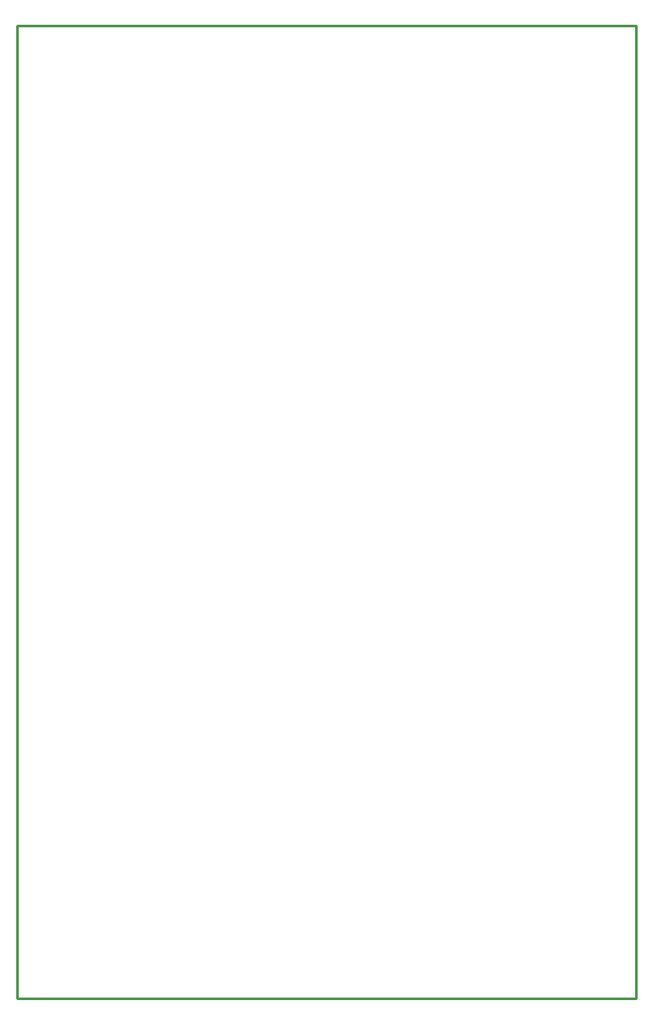
<source format=gko>
G04 CAM350/DFMSTREAM V11.0 (Build 715) Date:  Mon Feb 25 09:44:32 2019 *
G04 Database: (Untitled) *
G04 Layer 10: pcb2-1 *
%FSTAX43Y43*%
%MOMM*%
%SFA1.000B1.000*%

%MIA0B0*%
%IPPOS*%
%ADD45C,0.25400*%
%LNpcb2-1*%
%LPD*%
G54D45*
X0123Y0080508D02*
G01Y0177D01*
X0184492*
Y0080508*
X0123*
M02*

</source>
